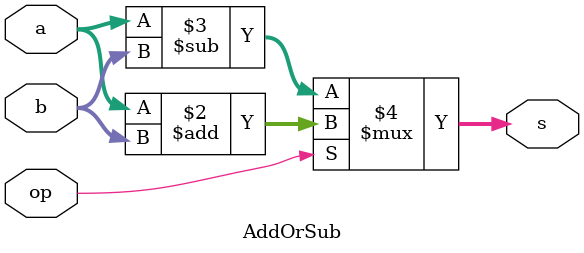
<source format=v>
module AddOrSub(a,b,op,s);
parameter SIZE=8;
parameter ADD=1'b1;
input op;

input [SIZE-1:0]a,b;
output [SIZE-1:0]s;

	assign s=(op==ADD)?a+b:a-b;
endmodule
</source>
